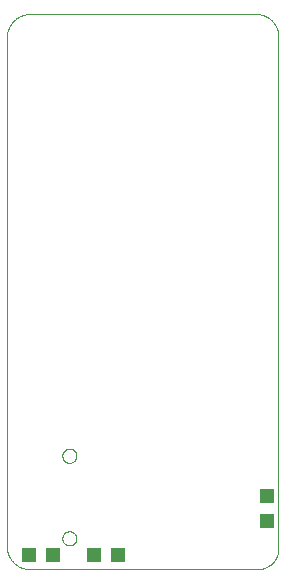
<source format=gtp>
G75*
%MOIN*%
%OFA0B0*%
%FSLAX25Y25*%
%IPPOS*%
%LPD*%
%AMOC8*
5,1,8,0,0,1.08239X$1,22.5*
%
%ADD10C,0.00000*%
%ADD11R,0.04724X0.04724*%
D10*
X0008573Y0011486D02*
X0084586Y0011486D01*
X0084754Y0011488D01*
X0084923Y0011494D01*
X0085091Y0011504D01*
X0085258Y0011519D01*
X0085426Y0011537D01*
X0085592Y0011559D01*
X0085759Y0011585D01*
X0085924Y0011616D01*
X0086089Y0011650D01*
X0086253Y0011688D01*
X0086416Y0011731D01*
X0086578Y0011777D01*
X0086738Y0011827D01*
X0086898Y0011881D01*
X0087056Y0011939D01*
X0087212Y0012000D01*
X0087368Y0012066D01*
X0087521Y0012135D01*
X0087673Y0012207D01*
X0087823Y0012284D01*
X0087971Y0012364D01*
X0088117Y0012447D01*
X0088261Y0012534D01*
X0088403Y0012625D01*
X0088543Y0012719D01*
X0088680Y0012816D01*
X0088815Y0012917D01*
X0088947Y0013021D01*
X0089077Y0013128D01*
X0089205Y0013238D01*
X0089329Y0013351D01*
X0089451Y0013467D01*
X0089570Y0013586D01*
X0089686Y0013708D01*
X0089799Y0013832D01*
X0089909Y0013960D01*
X0090016Y0014090D01*
X0090120Y0014222D01*
X0090221Y0014357D01*
X0090318Y0014494D01*
X0090412Y0014634D01*
X0090503Y0014776D01*
X0090590Y0014920D01*
X0090673Y0015066D01*
X0090753Y0015214D01*
X0090830Y0015364D01*
X0090902Y0015516D01*
X0090971Y0015669D01*
X0091037Y0015825D01*
X0091098Y0015981D01*
X0091156Y0016139D01*
X0091210Y0016299D01*
X0091260Y0016459D01*
X0091306Y0016621D01*
X0091349Y0016784D01*
X0091387Y0016948D01*
X0091421Y0017113D01*
X0091452Y0017278D01*
X0091478Y0017445D01*
X0091500Y0017611D01*
X0091518Y0017779D01*
X0091533Y0017946D01*
X0091543Y0018114D01*
X0091549Y0018283D01*
X0091551Y0018451D01*
X0091551Y0188963D01*
X0091549Y0189146D01*
X0091542Y0189328D01*
X0091531Y0189511D01*
X0091516Y0189693D01*
X0091496Y0189875D01*
X0091472Y0190056D01*
X0091443Y0190236D01*
X0091410Y0190416D01*
X0091373Y0190595D01*
X0091331Y0190773D01*
X0091285Y0190950D01*
X0091235Y0191126D01*
X0091181Y0191300D01*
X0091122Y0191473D01*
X0091060Y0191645D01*
X0090993Y0191815D01*
X0090922Y0191983D01*
X0090847Y0192150D01*
X0090768Y0192315D01*
X0090685Y0192478D01*
X0090598Y0192638D01*
X0090507Y0192797D01*
X0090413Y0192954D01*
X0090314Y0193108D01*
X0090212Y0193259D01*
X0090107Y0193408D01*
X0089997Y0193555D01*
X0089885Y0193699D01*
X0089769Y0193840D01*
X0089649Y0193978D01*
X0089526Y0194114D01*
X0089400Y0194246D01*
X0089271Y0194375D01*
X0089139Y0194501D01*
X0089003Y0194624D01*
X0088865Y0194744D01*
X0088724Y0194860D01*
X0088580Y0194972D01*
X0088433Y0195082D01*
X0088284Y0195187D01*
X0088133Y0195289D01*
X0087979Y0195388D01*
X0087822Y0195482D01*
X0087663Y0195573D01*
X0087503Y0195660D01*
X0087340Y0195743D01*
X0087175Y0195822D01*
X0087008Y0195897D01*
X0086840Y0195968D01*
X0086670Y0196035D01*
X0086498Y0196097D01*
X0086325Y0196156D01*
X0086151Y0196210D01*
X0085975Y0196260D01*
X0085798Y0196306D01*
X0085620Y0196348D01*
X0085441Y0196385D01*
X0085261Y0196418D01*
X0085081Y0196447D01*
X0084900Y0196471D01*
X0084718Y0196491D01*
X0084536Y0196506D01*
X0084353Y0196517D01*
X0084171Y0196524D01*
X0083988Y0196526D01*
X0008795Y0196526D01*
X0008607Y0196524D01*
X0008418Y0196517D01*
X0008230Y0196506D01*
X0008043Y0196490D01*
X0007855Y0196469D01*
X0007669Y0196444D01*
X0007483Y0196415D01*
X0007297Y0196381D01*
X0007113Y0196342D01*
X0006930Y0196299D01*
X0006747Y0196252D01*
X0006566Y0196201D01*
X0006386Y0196144D01*
X0006208Y0196084D01*
X0006031Y0196019D01*
X0005856Y0195951D01*
X0005682Y0195877D01*
X0005510Y0195800D01*
X0005340Y0195719D01*
X0005172Y0195633D01*
X0005007Y0195544D01*
X0004843Y0195450D01*
X0004682Y0195353D01*
X0004523Y0195251D01*
X0004367Y0195146D01*
X0004213Y0195037D01*
X0004062Y0194925D01*
X0003914Y0194809D01*
X0003768Y0194689D01*
X0003626Y0194566D01*
X0003486Y0194439D01*
X0003350Y0194309D01*
X0003217Y0194176D01*
X0003087Y0194040D01*
X0002960Y0193900D01*
X0002837Y0193758D01*
X0002717Y0193612D01*
X0002601Y0193464D01*
X0002489Y0193313D01*
X0002380Y0193159D01*
X0002275Y0193003D01*
X0002173Y0192844D01*
X0002076Y0192683D01*
X0001982Y0192519D01*
X0001893Y0192354D01*
X0001807Y0192186D01*
X0001726Y0192016D01*
X0001649Y0191844D01*
X0001575Y0191670D01*
X0001507Y0191495D01*
X0001442Y0191318D01*
X0001382Y0191140D01*
X0001325Y0190960D01*
X0001274Y0190779D01*
X0001227Y0190596D01*
X0001184Y0190413D01*
X0001145Y0190229D01*
X0001111Y0190043D01*
X0001082Y0189857D01*
X0001057Y0189671D01*
X0001036Y0189483D01*
X0001020Y0189296D01*
X0001009Y0189108D01*
X0001002Y0188919D01*
X0001000Y0188731D01*
X0001000Y0019059D01*
X0001002Y0018876D01*
X0001009Y0018693D01*
X0001020Y0018510D01*
X0001035Y0018328D01*
X0001055Y0018146D01*
X0001079Y0017965D01*
X0001108Y0017784D01*
X0001141Y0017604D01*
X0001178Y0017425D01*
X0001220Y0017247D01*
X0001266Y0017070D01*
X0001316Y0016894D01*
X0001371Y0016719D01*
X0001429Y0016545D01*
X0001492Y0016374D01*
X0001559Y0016203D01*
X0001630Y0016035D01*
X0001705Y0015868D01*
X0001784Y0015703D01*
X0001867Y0015540D01*
X0001954Y0015379D01*
X0002045Y0015220D01*
X0002140Y0015063D01*
X0002238Y0014909D01*
X0002341Y0014757D01*
X0002446Y0014608D01*
X0002556Y0014461D01*
X0002669Y0014317D01*
X0002785Y0014176D01*
X0002905Y0014037D01*
X0003028Y0013902D01*
X0003154Y0013769D01*
X0003283Y0013640D01*
X0003416Y0013514D01*
X0003551Y0013391D01*
X0003690Y0013271D01*
X0003831Y0013155D01*
X0003975Y0013042D01*
X0004122Y0012932D01*
X0004271Y0012827D01*
X0004423Y0012724D01*
X0004577Y0012626D01*
X0004734Y0012531D01*
X0004893Y0012440D01*
X0005054Y0012353D01*
X0005217Y0012270D01*
X0005382Y0012191D01*
X0005549Y0012116D01*
X0005717Y0012045D01*
X0005888Y0011978D01*
X0006059Y0011915D01*
X0006233Y0011857D01*
X0006408Y0011802D01*
X0006584Y0011752D01*
X0006761Y0011706D01*
X0006939Y0011664D01*
X0007118Y0011627D01*
X0007298Y0011594D01*
X0007479Y0011565D01*
X0007660Y0011541D01*
X0007842Y0011521D01*
X0008024Y0011506D01*
X0008207Y0011495D01*
X0008390Y0011488D01*
X0008573Y0011486D01*
X0019504Y0021722D02*
X0019506Y0021819D01*
X0019512Y0021916D01*
X0019522Y0022012D01*
X0019536Y0022108D01*
X0019554Y0022204D01*
X0019575Y0022298D01*
X0019601Y0022392D01*
X0019630Y0022484D01*
X0019664Y0022575D01*
X0019700Y0022665D01*
X0019741Y0022753D01*
X0019785Y0022839D01*
X0019833Y0022924D01*
X0019884Y0023006D01*
X0019938Y0023087D01*
X0019996Y0023165D01*
X0020057Y0023240D01*
X0020120Y0023313D01*
X0020187Y0023384D01*
X0020257Y0023451D01*
X0020329Y0023516D01*
X0020404Y0023577D01*
X0020482Y0023636D01*
X0020561Y0023691D01*
X0020643Y0023743D01*
X0020727Y0023791D01*
X0020813Y0023836D01*
X0020901Y0023878D01*
X0020990Y0023916D01*
X0021081Y0023950D01*
X0021173Y0023980D01*
X0021266Y0024007D01*
X0021361Y0024029D01*
X0021456Y0024048D01*
X0021552Y0024063D01*
X0021648Y0024074D01*
X0021745Y0024081D01*
X0021842Y0024084D01*
X0021939Y0024083D01*
X0022036Y0024078D01*
X0022132Y0024069D01*
X0022228Y0024056D01*
X0022324Y0024039D01*
X0022419Y0024018D01*
X0022512Y0023994D01*
X0022605Y0023965D01*
X0022697Y0023933D01*
X0022787Y0023897D01*
X0022875Y0023858D01*
X0022962Y0023814D01*
X0023047Y0023768D01*
X0023130Y0023717D01*
X0023211Y0023664D01*
X0023289Y0023607D01*
X0023366Y0023547D01*
X0023439Y0023484D01*
X0023510Y0023418D01*
X0023578Y0023349D01*
X0023644Y0023277D01*
X0023706Y0023203D01*
X0023765Y0023126D01*
X0023821Y0023047D01*
X0023874Y0022965D01*
X0023924Y0022882D01*
X0023969Y0022796D01*
X0024012Y0022709D01*
X0024051Y0022620D01*
X0024086Y0022530D01*
X0024117Y0022438D01*
X0024144Y0022345D01*
X0024168Y0022251D01*
X0024188Y0022156D01*
X0024204Y0022060D01*
X0024216Y0021964D01*
X0024224Y0021867D01*
X0024228Y0021770D01*
X0024228Y0021674D01*
X0024224Y0021577D01*
X0024216Y0021480D01*
X0024204Y0021384D01*
X0024188Y0021288D01*
X0024168Y0021193D01*
X0024144Y0021099D01*
X0024117Y0021006D01*
X0024086Y0020914D01*
X0024051Y0020824D01*
X0024012Y0020735D01*
X0023969Y0020648D01*
X0023924Y0020562D01*
X0023874Y0020479D01*
X0023821Y0020397D01*
X0023765Y0020318D01*
X0023706Y0020241D01*
X0023644Y0020167D01*
X0023578Y0020095D01*
X0023510Y0020026D01*
X0023439Y0019960D01*
X0023366Y0019897D01*
X0023289Y0019837D01*
X0023211Y0019780D01*
X0023130Y0019727D01*
X0023047Y0019676D01*
X0022962Y0019630D01*
X0022875Y0019586D01*
X0022787Y0019547D01*
X0022697Y0019511D01*
X0022605Y0019479D01*
X0022512Y0019450D01*
X0022419Y0019426D01*
X0022324Y0019405D01*
X0022228Y0019388D01*
X0022132Y0019375D01*
X0022036Y0019366D01*
X0021939Y0019361D01*
X0021842Y0019360D01*
X0021745Y0019363D01*
X0021648Y0019370D01*
X0021552Y0019381D01*
X0021456Y0019396D01*
X0021361Y0019415D01*
X0021266Y0019437D01*
X0021173Y0019464D01*
X0021081Y0019494D01*
X0020990Y0019528D01*
X0020901Y0019566D01*
X0020813Y0019608D01*
X0020727Y0019653D01*
X0020643Y0019701D01*
X0020561Y0019753D01*
X0020482Y0019808D01*
X0020404Y0019867D01*
X0020329Y0019928D01*
X0020257Y0019993D01*
X0020187Y0020060D01*
X0020120Y0020131D01*
X0020057Y0020204D01*
X0019996Y0020279D01*
X0019938Y0020357D01*
X0019884Y0020438D01*
X0019833Y0020520D01*
X0019785Y0020605D01*
X0019741Y0020691D01*
X0019700Y0020779D01*
X0019664Y0020869D01*
X0019630Y0020960D01*
X0019601Y0021052D01*
X0019575Y0021146D01*
X0019554Y0021240D01*
X0019536Y0021336D01*
X0019522Y0021432D01*
X0019512Y0021528D01*
X0019506Y0021625D01*
X0019504Y0021722D01*
X0019504Y0049281D02*
X0019506Y0049378D01*
X0019512Y0049475D01*
X0019522Y0049571D01*
X0019536Y0049667D01*
X0019554Y0049763D01*
X0019575Y0049857D01*
X0019601Y0049951D01*
X0019630Y0050043D01*
X0019664Y0050134D01*
X0019700Y0050224D01*
X0019741Y0050312D01*
X0019785Y0050398D01*
X0019833Y0050483D01*
X0019884Y0050565D01*
X0019938Y0050646D01*
X0019996Y0050724D01*
X0020057Y0050799D01*
X0020120Y0050872D01*
X0020187Y0050943D01*
X0020257Y0051010D01*
X0020329Y0051075D01*
X0020404Y0051136D01*
X0020482Y0051195D01*
X0020561Y0051250D01*
X0020643Y0051302D01*
X0020727Y0051350D01*
X0020813Y0051395D01*
X0020901Y0051437D01*
X0020990Y0051475D01*
X0021081Y0051509D01*
X0021173Y0051539D01*
X0021266Y0051566D01*
X0021361Y0051588D01*
X0021456Y0051607D01*
X0021552Y0051622D01*
X0021648Y0051633D01*
X0021745Y0051640D01*
X0021842Y0051643D01*
X0021939Y0051642D01*
X0022036Y0051637D01*
X0022132Y0051628D01*
X0022228Y0051615D01*
X0022324Y0051598D01*
X0022419Y0051577D01*
X0022512Y0051553D01*
X0022605Y0051524D01*
X0022697Y0051492D01*
X0022787Y0051456D01*
X0022875Y0051417D01*
X0022962Y0051373D01*
X0023047Y0051327D01*
X0023130Y0051276D01*
X0023211Y0051223D01*
X0023289Y0051166D01*
X0023366Y0051106D01*
X0023439Y0051043D01*
X0023510Y0050977D01*
X0023578Y0050908D01*
X0023644Y0050836D01*
X0023706Y0050762D01*
X0023765Y0050685D01*
X0023821Y0050606D01*
X0023874Y0050524D01*
X0023924Y0050441D01*
X0023969Y0050355D01*
X0024012Y0050268D01*
X0024051Y0050179D01*
X0024086Y0050089D01*
X0024117Y0049997D01*
X0024144Y0049904D01*
X0024168Y0049810D01*
X0024188Y0049715D01*
X0024204Y0049619D01*
X0024216Y0049523D01*
X0024224Y0049426D01*
X0024228Y0049329D01*
X0024228Y0049233D01*
X0024224Y0049136D01*
X0024216Y0049039D01*
X0024204Y0048943D01*
X0024188Y0048847D01*
X0024168Y0048752D01*
X0024144Y0048658D01*
X0024117Y0048565D01*
X0024086Y0048473D01*
X0024051Y0048383D01*
X0024012Y0048294D01*
X0023969Y0048207D01*
X0023924Y0048121D01*
X0023874Y0048038D01*
X0023821Y0047956D01*
X0023765Y0047877D01*
X0023706Y0047800D01*
X0023644Y0047726D01*
X0023578Y0047654D01*
X0023510Y0047585D01*
X0023439Y0047519D01*
X0023366Y0047456D01*
X0023289Y0047396D01*
X0023211Y0047339D01*
X0023130Y0047286D01*
X0023047Y0047235D01*
X0022962Y0047189D01*
X0022875Y0047145D01*
X0022787Y0047106D01*
X0022697Y0047070D01*
X0022605Y0047038D01*
X0022512Y0047009D01*
X0022419Y0046985D01*
X0022324Y0046964D01*
X0022228Y0046947D01*
X0022132Y0046934D01*
X0022036Y0046925D01*
X0021939Y0046920D01*
X0021842Y0046919D01*
X0021745Y0046922D01*
X0021648Y0046929D01*
X0021552Y0046940D01*
X0021456Y0046955D01*
X0021361Y0046974D01*
X0021266Y0046996D01*
X0021173Y0047023D01*
X0021081Y0047053D01*
X0020990Y0047087D01*
X0020901Y0047125D01*
X0020813Y0047167D01*
X0020727Y0047212D01*
X0020643Y0047260D01*
X0020561Y0047312D01*
X0020482Y0047367D01*
X0020404Y0047426D01*
X0020329Y0047487D01*
X0020257Y0047552D01*
X0020187Y0047619D01*
X0020120Y0047690D01*
X0020057Y0047763D01*
X0019996Y0047838D01*
X0019938Y0047916D01*
X0019884Y0047997D01*
X0019833Y0048079D01*
X0019785Y0048164D01*
X0019741Y0048250D01*
X0019700Y0048338D01*
X0019664Y0048428D01*
X0019630Y0048519D01*
X0019601Y0048611D01*
X0019575Y0048705D01*
X0019554Y0048799D01*
X0019536Y0048895D01*
X0019522Y0048991D01*
X0019512Y0049087D01*
X0019506Y0049184D01*
X0019504Y0049281D01*
D11*
X0008283Y0016211D03*
X0016551Y0016211D03*
X0029937Y0016211D03*
X0038205Y0016211D03*
X0087614Y0027431D03*
X0087614Y0035699D03*
M02*

</source>
